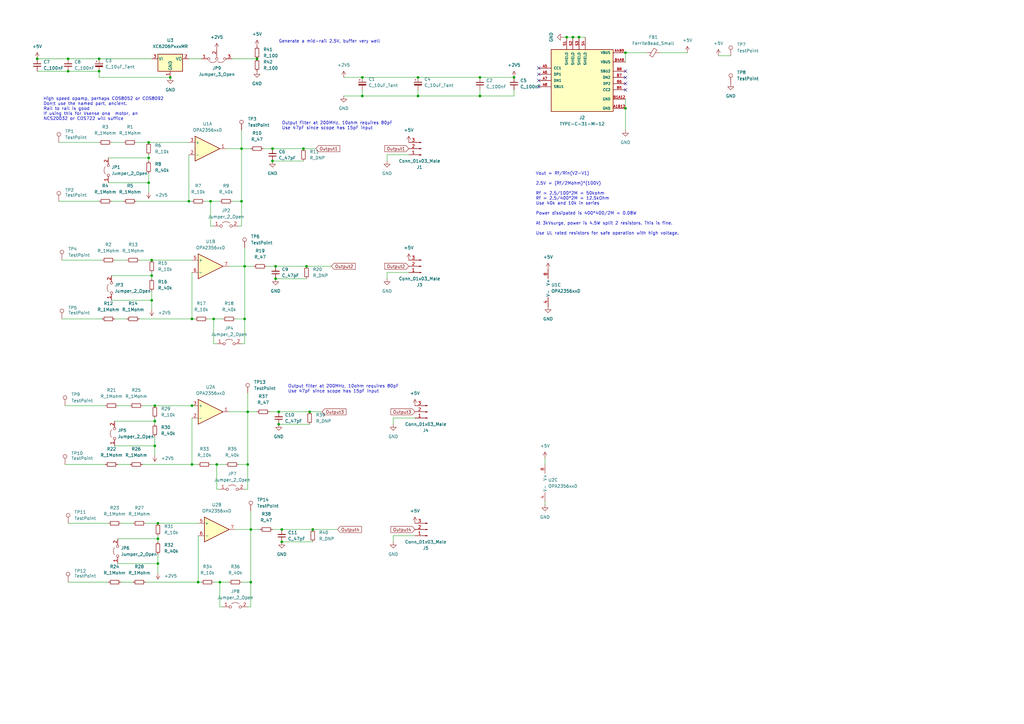
<source format=kicad_sch>
(kicad_sch (version 20211123) (generator eeschema)
  (paper "A3")
  (title_block (title "4 Channel Differential High Voltage") (date "2023-01-17") (rev "R01") (company "David Molony Metastable Engineering"))
  (lib_symbols
    (symbol "Amplifier_Operational:OPA2356xxD" (pin_names (offset 0.127))
      (property "Reference" "U" (at 0 5.08 0))
      (property "Value" "OPA2356xxD" (at 0 -5.08 0))
      (symbol "OPA2356xxD_1_1"
        (polyline (pts (xy -5.08 5.08) (xy 5.08 0) (xy -5.08 -5.08) (xy -5.08 5.08)) (stroke (width 0.254)) (fill (type background)))
        (pin output line (at 7.62 0 180) (length 2.54) (name "~") (number "1"))
        (pin input line (at -7.62 -2.54 0) (length 2.54) (name "-") (number "2"))
        (pin input line (at -7.62 2.54 0) (length 2.54) (name "+") (number "3"))
      )
      (symbol "OPA2356xxD_2_1"
        (polyline (pts (xy -5.08 5.08) (xy 5.08 0) (xy -5.08 -5.08) (xy -5.08 5.08)) (stroke (width 0.254)) (fill (type background)))
        (pin input line (at -7.62 2.54 0) (length 2.54) (name "+") (number "5"))
        (pin input line (at -7.62 -2.54 0) (length 2.54) (name "-") (number "6"))
        (pin output line (at 7.62 0 180) (length 2.54) (name "~") (number "7"))
      )
      (symbol "OPA2356xxD_3_1"
        (pin power_in line (at -2.54 -7.62 90) (length 3.81) (name "V-") (number "4"))
        (pin power_in line (at -2.54 7.62 270) (length 3.81) (name "V+") (number "8"))
      )
    )
    (symbol "Connector:Conn_01x03_Male" (pin_names (offset 1.016) hide)
      (property "Reference" "J" (at 0 5.08 0))
      (property "Value" "Conn_01x03_Male" (at 0 -5.08 0))
      (symbol "Conn_01x03_Male_1_1"
        (polyline (pts (xy 1.27 -2.54) (xy 0.8636 -2.54)) (stroke (width 0.1524)))
        (polyline (pts (xy 1.27 0) (xy 0.8636 0)) (stroke (width 0.1524)))
        (polyline (pts (xy 1.27 2.54) (xy 0.8636 2.54)) (stroke (width 0.1524)))
        (rectangle (start 0.8636 -2.413) (end 0 -2.667) (stroke (width 0.1524)) (fill (type outline)))
        (rectangle (start 0.8636 0.127) (end 0 -0.127) (stroke (width 0.1524)) (fill (type outline)))
        (rectangle (start 0.8636 2.667) (end 0 2.413) (stroke (width 0.1524)) (fill (type outline)))
        (pin passive line (at 5.08 2.54 180) (length 3.81) (name "Pin_1") (number "1"))
        (pin passive line (at 5.08 0 180) (length 3.81) (name "Pin_2") (number "2"))
        (pin passive line (at 5.08 -2.54 180) (length 3.81) (name "Pin_3") (number "3"))
      )
    )
    (symbol "Connector:TestPoint" (pin_numbers hide) (pin_names (offset 0.762) hide)
      (property "Reference" "TP" (at 0 6.858 0))
      (property "Value" "TestPoint" (at 0 5.08 0))
      (symbol "TestPoint_0_1"
        (circle (center 0 3.302) (radius 0.762))
      )
      (symbol "TestPoint_1_1"
        (pin passive line (at 0 0 90) (length 2.54) (name "1") (number "1"))
      )
    )
    (symbol "Device:C_Polarized_Small" (pin_numbers hide) (pin_names (offset 0.254) hide)
      (property "Reference" "C" (at 0.254 1.778 0))
      (property "Value" "C_Polarized_Small" (at 0.254 -2.032 0))
      (symbol "C_Polarized_Small_0_1"
        (rectangle (start -1.524 -0.3048) (end 1.524 -0.6858) (fill (type outline)))
        (rectangle (start -1.524 0.6858) (end 1.524 0.3048))
        (polyline (pts (xy -1.27 1.524) (xy -0.762 1.524)))
        (polyline (pts (xy -1.016 1.27) (xy -1.016 1.778)))
      )
      (symbol "C_Polarized_Small_1_1"
        (pin passive line (at 0 2.54 270) (length 1.8542) (name "~") (number "1"))
        (pin passive line (at 0 -2.54 90) (length 1.8542) (name "~") (number "2"))
      )
    )
    (symbol "Device:C_Small" (pin_numbers hide) (pin_names (offset 0.254) hide)
      (property "Reference" "C" (at 0.254 1.778 0))
      (property "Value" "C_Small" (at 0.254 -2.032 0))
      (symbol "C_Small_0_1"
        (polyline (pts (xy -1.524 -0.508) (xy 1.524 -0.508)) (stroke (width 0.3302)))
        (polyline (pts (xy -1.524 0.508) (xy 1.524 0.508)) (stroke (width 0.3048)))
      )
      (symbol "C_Small_1_1"
        (pin passive line (at 0 2.54 270) (length 2.032) (name "~") (number "1"))
        (pin passive line (at 0 -2.54 90) (length 2.032) (name "~") (number "2"))
      )
    )
    (symbol "Device:FerriteBead_Small" (pin_numbers hide) (pin_names (offset 0))
      (property "Reference" "FB" (at 1.905 1.27 0))
      (property "Value" "FerriteBead_Small" (at 1.905 -1.27 0))
      (symbol "FerriteBead_Small_0_1"
        (polyline (pts (xy 0 -1.27) (xy 0 -0.7874)))
        (polyline (pts (xy 0 0.889) (xy 0 1.2954)))
        (polyline (pts (xy -1.8288 0.2794) (xy -1.1176 1.4986) (xy 1.8288 -0.2032) (xy 1.1176 -1.4224) (xy -1.8288 0.2794)))
      )
      (symbol "FerriteBead_Small_1_1"
        (pin passive line (at 0 2.54 270) (length 1.27) (name "~") (number "1"))
        (pin passive line (at 0 -2.54 90) (length 1.27) (name "~") (number "2"))
      )
    )
    (symbol "Device:R_Small" (pin_numbers hide) (pin_names (offset 0.254) hide)
      (property "Reference" "R" (at 0.762 0.508 0))
      (property "Value" "R_Small" (at 0.762 -1.016 0))
      (symbol "R_Small_0_1"
        (rectangle (start -0.762 1.778) (end 0.762 -1.778) (stroke (width 0.2032)))
      )
      (symbol "R_Small_1_1"
        (pin passive line (at 0 2.54 270) (length 0.762) (name "~") (number "1"))
        (pin passive line (at 0 -2.54 90) (length 0.762) (name "~") (number "2"))
      )
    )
    (symbol "Jumper:Jumper_2_Open" (pin_names (offset 0) hide)
      (property "Reference" "JP" (at 0 2.794 0))
      (property "Value" "Jumper_2_Open" (at 0 -2.286 0))
      (symbol "Jumper_2_Open_0_0"
        (circle (center -2.032 0) (radius 0.508))
        (circle (center 2.032 0) (radius 0.508))
      )
      (symbol "Jumper_2_Open_0_1"
        (arc (start 1.524 1.27) (mid 0 1.778) (end -1.524 1.27))
      )
      (symbol "Jumper_2_Open_1_1"
        (pin passive line (at -5.08 0 0) (length 2.54) (name "A") (number "1"))
        (pin passive line (at 5.08 0 180) (length 2.54) (name "B") (number "2"))
      )
    )
    (symbol "Jumper:Jumper_3_Open" (pin_names (offset 0) hide)
      (property "Reference" "JP" (at -2.54 -2.54 0))
      (property "Value" "Jumper_3_Open" (at 0 2.794 0))
      (symbol "Jumper_3_Open_0_0"
        (circle (center -3.302 0) (radius 0.508))
        (circle (center 0 0) (radius 0.508))
        (circle (center 3.302 0) (radius 0.508))
      )
      (symbol "Jumper_3_Open_0_1"
        (arc (start -0.254 1.016) (mid -1.651 1.4992) (end -3.048 1.016))
        (polyline (pts (xy 0 -0.508) (xy 0 -1.27)))
        (arc (start 3.048 1.016) (mid 1.651 1.4992) (end 0.254 1.016))
      )
      (symbol "Jumper_3_Open_1_1"
        (pin passive line (at -6.35 0 0) (length 2.54) (name "A") (number "1"))
        (pin passive line (at 0 -3.81 90) (length 2.54) (name "C") (number "2"))
        (pin passive line (at 6.35 0 180) (length 2.54) (name "B") (number "3"))
      )
    )
    (symbol "Regulator_Linear:XC6206PxxxMR" (pin_names (offset 0.254))
      (property "Reference" "U" (at -3.81 3.175 0))
      (property "Value" "XC6206PxxxMR" (at 0 3.175 0))
      (symbol "XC6206PxxxMR_0_1"
        (rectangle (start -5.08 1.905) (end 5.08 -5.08) (stroke (width 0.254)) (fill (type background)))
      )
      (symbol "XC6206PxxxMR_1_1"
        (pin power_in line (at 0 -7.62 90) (length 2.54) (name "GND") (number "1"))
        (pin power_out line (at 7.62 0 180) (length 2.54) (name "VO") (number "2"))
        (pin power_in line (at -7.62 0 0) (length 2.54) (name "VI") (number "3"))
      )
    )
    (symbol "TYPE-C-31-M-12:TYPE-C-31-M-12" (pin_names (offset 1.016))
      (property "Reference" "J" (at -12.7 13.462 0))
      (property "Value" "TYPE-C-31-M-12" (at -10.16 -8.89 0))
      (symbol "TYPE-C-31-M-12_0_0"
        (rectangle (start -12.7 -12.7) (end 12.7 12.7) (stroke (width 0.254)) (fill (type background)))
        (pin power_in line (at 17.78 -11.43 180) (length 5.08) (name "GND") (number "A1B12"))
        (pin power_in line (at 17.78 11.43 180) (length 5.08) (name "VBUS") (number "A4B9"))
        (pin bidirectional line (at -17.78 5.08 0) (length 5.08) (name "CC1") (number "A5"))
        (pin bidirectional line (at -17.78 2.54 0) (length 5.08) (name "DP1") (number "A6"))
        (pin bidirectional line (at -17.78 0 0) (length 5.08) (name "DN1") (number "A7"))
        (pin bidirectional line (at -17.78 -2.54 0) (length 5.08) (name "SBU1") (number "A8"))
        (pin power_in line (at 17.78 -7.62 180) (length 5.08) (name "GND") (number "B1A12"))
        (pin power_in line (at 17.78 7.62 180) (length 5.08) (name "VBUS") (number "B4A9"))
        (pin bidirectional line (at 17.78 -3.81 180) (length 5.08) (name "CC2") (number "B5"))
        (pin bidirectional line (at 17.78 -1.27 180) (length 5.08) (name "DP2") (number "B6"))
        (pin bidirectional line (at 17.78 1.27 180) (length 5.08) (name "DN2") (number "B7"))
        (pin bidirectional line (at 17.78 3.81 180) (length 5.08) (name "SBU2") (number "B8"))
        (pin passive line (at -6.35 17.78 270) (length 5.08) (name "SHIELD") (number "S1"))
        (pin passive line (at -3.81 17.78 270) (length 5.08) (name "SHIELD") (number "S2"))
        (pin passive line (at -1.27 17.78 270) (length 5.08) (name "SHIELD") (number "S3"))
        (pin passive line (at 1.27 17.78 270) (length 5.08) (name "SHIELD") (number "S4"))
      )
    )
    (symbol "power:+2V5" (power) (pin_names (offset 0))
      (property "Value" "+2V5" (at 0 3.556 0))
      (symbol "+2V5_0_1"
        (polyline (pts (xy -0.762 1.27) (xy 0 2.54)))
        (polyline (pts (xy 0 0) (xy 0 2.54)))
        (polyline (pts (xy 0 2.54) (xy 0.762 1.27)))
      )
      (symbol "+2V5_1_1"
        (pin power_in line (at 0 0 90) (length 0) hide (name "+2V5") (number "1"))
      )
    )
    (symbol "power:+5V" (power) (pin_names (offset 0))
      (property "Value" "+5V" (at 0 3.556 0))
      (symbol "+5V_0_1"
        (polyline (pts (xy -0.762 1.27) (xy 0 2.54)))
        (polyline (pts (xy 0 0) (xy 0 2.54)))
        (polyline (pts (xy 0 2.54) (xy 0.762 1.27)))
      )
      (symbol "+5V_1_1"
        (pin power_in line (at 0 0 90) (length 0) hide (name "+5V") (number "1"))
      )
    )
    (symbol "power:GND" (power) (pin_names (offset 0))
      (property "Value" "GND" (at 0 -3.81 0))
      (symbol "GND_0_1"
        (polyline (pts (xy 0 0) (xy 0 -1.27) (xy 1.27 -1.27) (xy 0 -2.54) (xy -1.27 -1.27) (xy 0 -1.27)))
      )
      (symbol "GND_1_1"
        (pin power_in line (at 0 0 270) (length 0) hide (name "GND") (number "1"))
      )
    )
  )
  (junction (at 86.36 82.55))
  (junction (at 40.64 29.21))
  (junction (at 62.23 123.19))
  (junction (at 102.87 217.17))
  (junction (at 114.3 173.99))
  (junction (at 196.85 39.37))
  (junction (at 113.03 114.3))
  (junction (at 90.17 238.76))
  (junction (at 78.74 130.81))
  (junction (at 102.87 238.76))
  (junction (at 64.77 220.98))
  (junction (at 60.96 64.77))
  (junction (at 99.06 82.55))
  (junction (at 40.64 24.13))
  (junction (at 69.85 31.75))
  (junction (at 77.47 82.55))
  (junction (at 63.5 172.72))
  (junction (at 127 168.91))
  (junction (at 124.46 60.96))
  (junction (at 196.85 31.75))
  (junction (at 64.77 231.14))
  (junction (at 125.73 109.22))
  (junction (at 100.33 130.81))
  (junction (at 101.6 168.91))
  (junction (at 88.9 190.5))
  (junction (at 232.41 15.24))
  (junction (at 148.59 39.37))
  (junction (at 234.95 15.24))
  (junction (at 87.63 130.81))
  (junction (at 237.49 15.24))
  (junction (at 78.74 166.37))
  (junction (at 63.5 182.88))
  (junction (at 27.94 24.13))
  (junction (at 62.23 106.68))
  (junction (at 111.76 66.04))
  (junction (at 27.94 29.21))
  (junction (at 100.33 109.22))
  (junction (at 60.96 74.93))
  (junction (at 256.54 44.45))
  (junction (at 99.06 60.96))
  (junction (at 78.74 190.5))
  (junction (at 114.3 168.91))
  (junction (at 101.6 190.5))
  (junction (at 115.57 217.17))
  (junction (at 128.27 217.17))
  (junction (at 15.24 24.13))
  (junction (at 64.77 214.63))
  (junction (at 60.96 58.42))
  (junction (at 210.82 31.75))
  (junction (at 62.23 113.03))
  (junction (at 111.76 60.96))
  (junction (at 256.54 21.59))
  (junction (at 171.45 31.75))
  (junction (at 81.28 238.76))
  (junction (at 113.03 109.22))
  (junction (at 171.45 39.37))
  (junction (at 63.5 166.37))
  (junction (at 148.59 31.75))
  (junction (at 105.41 24.13))
  (junction (at 115.57 222.25))
  (no_connect (at 256.54 34.29))
  (no_connect (at 256.54 36.83))
  (no_connect (at 256.54 31.75))
  (no_connect (at 220.98 33.02))
  (no_connect (at 220.98 27.94))
  (no_connect (at 220.98 35.56))
  (no_connect (at 220.98 30.48))
  (no_connect (at 256.54 29.21))
  (wire (pts (xy 196.85 39.37) (xy 171.45 39.37)))
  (wire (pts (xy 97.79 92.71) (xy 99.06 92.71)))
  (wire (pts (xy 101.6 161.29) (xy 101.6 168.91)))
  (wire (pts (xy 48.26 220.98) (xy 64.77 220.98)))
  (wire (pts (xy 60.96 71.12) (xy 60.96 74.93)))
  (wire (pts (xy 62.23 106.68) (xy 78.74 106.68)))
  (wire (pts (xy 45.72 58.42) (xy 50.8 58.42)))
  (wire (pts (xy 99.06 60.96) (xy 99.06 82.55)))
  (wire (pts (xy 25.4 130.81) (xy 41.91 130.81)))
  (wire (pts (xy 99.06 238.76) (xy 102.87 238.76)))
  (wire (pts (xy 48.26 231.14) (xy 64.77 231.14)))
  (wire (pts (xy 83.82 82.55) (xy 86.36 82.55)))
  (wire (pts (xy 60.96 58.42) (xy 77.47 58.42)))
  (wire (pts (xy 125.73 109.22) (xy 135.89 109.22)))
  (wire (pts (xy 27.94 238.76) (xy 44.45 238.76)))
  (wire (pts (xy 223.52 207.01) (xy 223.52 205.74)))
  (wire (pts (xy 45.72 123.19) (xy 62.23 123.19)))
  (wire (pts (xy 78.74 111.76) (xy 78.74 130.81)))
  (wire (pts (xy 78.74 166.37) (xy 80.01 166.37)))
  (wire (pts (xy 128.27 217.17) (xy 138.43 217.17)))
  (wire (pts (xy 101.6 168.91) (xy 101.6 190.5)))
  (wire (pts (xy 210.82 39.37) (xy 196.85 39.37)))
  (wire (pts (xy 60.96 64.77) (xy 60.96 63.5)))
  (wire (pts (xy 26.67 166.37) (xy 43.18 166.37)))
  (wire (pts (xy 77.47 24.13) (xy 82.55 24.13)))
  (wire (pts (xy 100.33 200.66) (xy 101.6 200.66)))
  (wire (pts (xy 196.85 36.83) (xy 196.85 39.37)))
  (wire (pts (xy 171.45 39.37) (xy 148.59 39.37)))
  (wire (pts (xy 81.28 219.71) (xy 81.28 238.76)))
  (wire (pts (xy 170.18 171.45) (xy 161.29 171.45)))
  (wire (pts (xy 40.64 24.13) (xy 62.23 24.13)))
  (wire (pts (xy 102.87 217.17) (xy 102.87 238.76)))
  (wire (pts (xy 64.77 222.25) (xy 64.77 220.98)))
  (wire (pts (xy 78.74 130.81) (xy 80.01 130.81)))
  (wire (pts (xy 49.53 238.76) (xy 54.61 238.76)))
  (wire (pts (xy 88.9 190.5) (xy 88.9 200.66)))
  (wire (pts (xy 46.99 182.88) (xy 63.5 182.88)))
  (wire (pts (xy 127 168.91) (xy 132.08 168.91)))
  (wire (pts (xy 60.96 74.93) (xy 60.96 78.74)))
  (wire (pts (xy 40.64 29.21) (xy 40.64 31.75)))
  (wire (pts (xy 111.76 60.96) (xy 124.46 60.96)))
  (wire (pts (xy 78.74 190.5) (xy 81.28 190.5)))
  (wire (pts (xy 96.52 130.81) (xy 100.33 130.81)))
  (wire (pts (xy 148.59 31.75) (xy 171.45 31.75)))
  (wire (pts (xy 58.42 166.37) (xy 63.5 166.37)))
  (wire (pts (xy 256.54 21.59) (xy 265.43 21.59)))
  (wire (pts (xy 102.87 217.17) (xy 96.52 217.17)))
  (wire (pts (xy 24.13 82.55) (xy 40.64 82.55)))
  (wire (pts (xy 55.88 58.42) (xy 60.96 58.42)))
  (wire (pts (xy 99.06 60.96) (xy 92.71 60.96)))
  (wire (pts (xy 158.75 111.76) (xy 158.75 114.3)))
  (wire (pts (xy 100.33 109.22) (xy 93.98 109.22)))
  (wire (pts (xy 27.94 24.13) (xy 40.64 24.13)))
  (wire (pts (xy 90.17 238.76) (xy 90.17 248.92)))
  (wire (pts (xy 171.45 36.83) (xy 171.45 39.37)))
  (wire (pts (xy 77.47 63.5) (xy 77.47 82.55)))
  (wire (pts (xy 63.5 166.37) (xy 78.74 166.37)))
  (wire (pts (xy 90.17 82.55) (xy 86.36 82.55)))
  (wire (pts (xy 58.42 190.5) (xy 78.74 190.5)))
  (wire (pts (xy 124.46 60.96) (xy 129.54 60.96)))
  (wire (pts (xy 45.72 82.55) (xy 50.8 82.55)))
  (wire (pts (xy 100.33 101.6) (xy 100.33 109.22)))
  (wire (pts (xy 63.5 173.99) (xy 63.5 172.72)))
  (wire (pts (xy 92.71 190.5) (xy 88.9 190.5)))
  (wire (pts (xy 104.14 109.22) (xy 100.33 109.22)))
  (wire (pts (xy 77.47 82.55) (xy 78.74 82.55)))
  (wire (pts (xy 64.77 214.63) (xy 81.28 214.63)))
  (wire (pts (xy 60.96 66.04) (xy 60.96 64.77)))
  (wire (pts (xy 57.15 130.81) (xy 78.74 130.81)))
  (wire (pts (xy 111.76 66.04) (xy 124.46 66.04)))
  (wire (pts (xy 102.87 209.55) (xy 102.87 217.17)))
  (wire (pts (xy 93.98 238.76) (xy 90.17 238.76)))
  (wire (pts (xy 170.18 219.71) (xy 161.29 219.71)))
  (wire (pts (xy 102.87 238.76) (xy 102.87 248.92)))
  (wire (pts (xy 167.64 111.76) (xy 158.75 111.76)))
  (wire (pts (xy 114.3 173.99) (xy 127 173.99)))
  (wire (pts (xy 100.33 130.81) (xy 100.33 140.97)))
  (wire (pts (xy 46.99 130.81) (xy 52.07 130.81)))
  (wire (pts (xy 171.45 31.75) (xy 196.85 31.75)))
  (wire (pts (xy 63.5 179.07) (xy 63.5 182.88)))
  (wire (pts (xy 111.76 217.17) (xy 115.57 217.17)))
  (wire (pts (xy 232.41 15.24) (xy 231.14 15.24)))
  (wire (pts (xy 234.95 15.24) (xy 232.41 15.24)))
  (wire (pts (xy 256.54 21.59) (xy 256.54 25.4)))
  (wire (pts (xy 91.44 130.81) (xy 87.63 130.81)))
  (wire (pts (xy 97.79 190.5) (xy 101.6 190.5)))
  (wire (pts (xy 105.41 168.91) (xy 101.6 168.91)))
  (wire (pts (xy 63.5 172.72) (xy 63.5 171.45)))
  (wire (pts (xy 64.77 227.33) (xy 64.77 231.14)))
  (wire (pts (xy 62.23 119.38) (xy 62.23 123.19)))
  (wire (pts (xy 91.44 248.92) (xy 90.17 248.92)))
  (wire (pts (xy 59.69 238.76) (xy 81.28 238.76)))
  (wire (pts (xy 48.26 166.37) (xy 53.34 166.37)))
  (wire (pts (xy 45.72 113.03) (xy 62.23 113.03)))
  (wire (pts (xy 95.25 82.55) (xy 99.06 82.55)))
  (wire (pts (xy 113.03 109.22) (xy 125.73 109.22)))
  (wire (pts (xy 109.22 109.22) (xy 113.03 109.22)))
  (wire (pts (xy 196.85 31.75) (xy 210.82 31.75)))
  (wire (pts (xy 44.45 74.93) (xy 60.96 74.93)))
  (wire (pts (xy 63.5 182.88) (xy 63.5 186.69)))
  (wire (pts (xy 95.25 24.13) (xy 105.41 24.13)))
  (wire (pts (xy 62.23 114.3) (xy 62.23 113.03)))
  (wire (pts (xy 85.09 130.81) (xy 87.63 130.81)))
  (wire (pts (xy 40.64 31.75) (xy 69.85 31.75)))
  (wire (pts (xy 161.29 171.45) (xy 161.29 173.99)))
  (wire (pts (xy 237.49 15.24) (xy 234.95 15.24)))
  (wire (pts (xy 27.94 29.21) (xy 40.64 29.21)))
  (wire (pts (xy 115.57 222.25) (xy 128.27 222.25)))
  (wire (pts (xy 24.13 58.42) (xy 40.64 58.42)))
  (wire (pts (xy 140.97 39.37) (xy 148.59 39.37)))
  (wire (pts (xy 46.99 106.68) (xy 52.07 106.68)))
  (wire (pts (xy 81.28 238.76) (xy 82.55 238.76)))
  (wire (pts (xy 15.24 24.13) (xy 27.94 24.13)))
  (wire (pts (xy 210.82 36.83) (xy 210.82 39.37)))
  (wire (pts (xy 57.15 106.68) (xy 62.23 106.68)))
  (wire (pts (xy 87.63 92.71) (xy 86.36 92.71)))
  (wire (pts (xy 46.99 172.72) (xy 63.5 172.72)))
  (wire (pts (xy 87.63 130.81) (xy 87.63 140.97)))
  (wire (pts (xy 115.57 217.17) (xy 128.27 217.17)))
  (wire (pts (xy 110.49 168.91) (xy 114.3 168.91)))
  (wire (pts (xy 99.06 82.55) (xy 99.06 92.71)))
  (wire (pts (xy 62.23 113.03) (xy 62.23 111.76)))
  (wire (pts (xy 49.53 214.63) (xy 54.61 214.63)))
  (wire (pts (xy 87.63 238.76) (xy 90.17 238.76)))
  (wire (pts (xy 78.74 171.45) (xy 78.74 190.5)))
  (wire (pts (xy 148.59 36.83) (xy 148.59 39.37)))
  (wire (pts (xy 93.98 168.91) (xy 101.6 168.91)))
  (wire (pts (xy 99.06 53.34) (xy 99.06 60.96)))
  (wire (pts (xy 44.45 64.77) (xy 60.96 64.77)))
  (wire (pts (xy 240.03 15.24) (xy 237.49 15.24)))
  (wire (pts (xy 113.03 114.3) (xy 125.73 114.3)))
  (wire (pts (xy 270.51 21.59) (xy 281.94 21.59)))
  (wire (pts (xy 256.54 44.45) (xy 256.54 53.34)))
  (wire (pts (xy 86.36 190.5) (xy 88.9 190.5)))
  (wire (pts (xy 167.64 63.5) (xy 158.75 63.5)))
  (wire (pts (xy 88.9 140.97) (xy 87.63 140.97)))
  (wire (pts (xy 256.54 40.64) (xy 256.54 44.45)))
  (wire (pts (xy 25.4 106.68) (xy 41.91 106.68)))
  (wire (pts (xy 100.33 109.22) (xy 100.33 130.81)))
  (wire (pts (xy 64.77 220.98) (xy 64.77 219.71)))
  (wire (pts (xy 140.97 31.75) (xy 148.59 31.75)))
  (wire (pts (xy 62.23 123.19) (xy 62.23 127)))
  (wire (pts (xy 161.29 219.71) (xy 161.29 222.25)))
  (wire (pts (xy 294.64 22.86) (xy 299.72 22.86)))
  (wire (pts (xy 223.52 187.96) (xy 223.52 190.5)))
  (wire (pts (xy 64.77 231.14) (xy 64.77 234.95)))
  (wire (pts (xy 55.88 82.55) (xy 77.47 82.55)))
  (wire (pts (xy 107.95 60.96) (xy 111.76 60.96)))
  (wire (pts (xy 102.87 60.96) (xy 99.06 60.96)))
  (wire (pts (xy 90.17 200.66) (xy 88.9 200.66)))
  (wire (pts (xy 27.94 214.63) (xy 44.45 214.63)))
  (wire (pts (xy 101.6 190.5) (xy 101.6 200.66)))
  (wire (pts (xy 99.06 140.97) (xy 100.33 140.97)))
  (wire (pts (xy 48.26 190.5) (xy 53.34 190.5)))
  (wire (pts (xy 114.3 168.91) (xy 127 168.91)))
  (wire (pts (xy 26.67 190.5) (xy 43.18 190.5)))
  (wire (pts (xy 101.6 248.92) (xy 102.87 248.92)))
  (wire (pts (xy 158.75 63.5) (xy 158.75 66.04)))
  (wire (pts (xy 59.69 214.63) (xy 64.77 214.63)))
  (wire (pts (xy 15.24 29.21) (xy 27.94 29.21)))
  (wire (pts (xy 106.68 217.17) (xy 102.87 217.17)))
  (wire (pts (xy 86.36 82.55) (xy 86.36 92.71)))
  (text "Vout = Rf/Rin(V2-V1)\n\n2.5V = (Rf/2Mohm)*(100V)\n\nRf = 2.5/100*2M = 50kohm\nRf = 2.5/400*2M = 12.5kOhm\nUse 40k and 10k in series\n\nPower dissipated is 400*400/2M = 0.08W\n\nAt 3kVsurge, power is 4.5W split 2 resistors. This is fine.\n\nUse UL rated resistors for safe operation with high voltage." (at 219.71 96.52 0) (effects (font (size 1.27 1.27)) (justify left bottom)))
  (text "Output filter at 200MHz, 10ohm requires 80pF\nUse 47pF since scope has 15pF input" (at 115.57 53.34 0) (effects (font (size 1.27 1.27)) (justify left bottom)))
  (text "Generate a mid-rail 2.5V, buffer very well\n" (at 114.3 17.78 0) (effects (font (size 1.27 1.27)) (justify left bottom)))
  (text "High speed opamp, perhaps COS8052 or COS8092\nDon;t use the named part, ancient.\nRail to rail is good\nIf using this for Vsense ona  motor, an \nNCS20032 or COS722 will suffice" (at 17.78 49.53 0) (effects (font (size 1.27 1.27)) (justify left bottom)))
  (text "Output filter at 200MHz, 10ohm requires 80pF\nUse 47pF since scope has 15pF input" (at 118.11 161.29 0) (effects (font (size 1.27 1.27)) (justify left bottom)))
  (global_label "Output4" (shape input) (at 170.18 217.17 180) (property "Intersheet References" "${INTERSHEET_REFS}" (effects hide)))
  (global_label "Output4" (shape input) (at 138.43 217.17 0) (property "Intersheet References" "${INTERSHEET_REFS}" (effects hide)))
  (global_label "Output2" (shape input) (at 135.89 109.22 0) (property "Intersheet References" "${INTERSHEET_REFS}" (effects hide)))
  (global_label "Output2" (shape input) (at 167.64 109.22 180) (property "Intersheet References" "${INTERSHEET_REFS}" (effects hide)))
  (global_label "Output3" (shape input) (at 170.18 168.91 180) (property "Intersheet References" "${INTERSHEET_REFS}" (effects hide)))
  (global_label "Output3" (shape input) (at 132.08 168.91 0) (property "Intersheet References" "${INTERSHEET_REFS}" (effects hide)))
  (global_label "Output1" (shape input) (at 129.54 60.96 0) (property "Intersheet References" "${INTERSHEET_REFS}" (effects hide)))
  (global_label "Output1" (shape input) (at 167.64 60.96 180) (property "Intersheet References" "${INTERSHEET_REFS}" (effects hide)))
  (symbol (lib_id "Device:R_Small") (at 64.77 217.17 0) (unit 1)
    (property "Reference" "R31" (at 67.31 215.8999 0) (effects (justify left)))
    (property "Value" "R_10k" (at 67.31 218.4399 0) (effects (justify left)))
    (property "Footprint" "Resistor_SMD:R_0603_1608Metric" (effects hide))
    (property "LCSC" "C25804" (effects hide))
  )
  (symbol (lib_id "Device:R_Small") (at 128.27 219.71 0) (unit 1)
    (property "Reference" "R40" (at 130.81 218.4399 0) (effects (justify left)))
    (property "Value" "R_DNP" (at 130.81 220.9799 0) (effects (justify left)))
    (property "Footprint" "Resistor_SMD:R_0603_1608Metric" (effects hide))
  )
  (symbol (lib_id "Amplifier_Operational:OPA2356xxD") (at 88.9 217.17 0) (unit 2)
    (property "Reference" "U2" (at 88.9 207.01 0))
    (property "Value" "OPA2356xxD" (at 88.9 209.55 0))
    (property "Footprint" "Package_SO:SO-8_3.9x4.9mm_P1.27mm" (effects hide))
    (property "Datasheet" "http://www.ti.com/lit/ds/symlink/opa2356.pdf" (effects hide))
    (property "LCSC" "C726663" (effects hide))
  )
  (symbol (lib_id "Connector:TestPoint") (at 25.4 106.68 0) (unit 1)
    (property "Reference" "TP4" (at 27.94 102.1079 0) (effects (justify left)))
    (property "Value" "TestPoint" (at 27.94 104.6479 0) (effects (justify left)))
    (property "Footprint" "TestPoint:TestPoint_THTPad_2.5x2.5mm_Drill1.2mm" (effects hide))
  )
  (symbol (lib_id "Connector:TestPoint") (at 26.67 166.37 0) (unit 1)
    (property "Reference" "TP9" (at 29.21 161.7979 0) (effects (justify left)))
    (property "Value" "TestPoint" (at 29.21 164.3379 0) (effects (justify left)))
    (property "Footprint" "TestPoint:TestPoint_THTPad_2.5x2.5mm_Drill1.2mm" (effects hide))
  )
  (symbol (lib_id "Device:R_Small") (at 43.18 82.55 90) (unit 1)
    (property "Reference" "R4" (at 43.18 76.2 90))
    (property "Value" "R_1Mohm" (at 43.18 78.74 90))
    (property "Footprint" "Resistor_SMD:R_2512_6332Metric" (effects hide))
    (property "LCSC" "C966223" (effects hide))
  )
  (symbol (lib_id "Device:R_Small") (at 46.99 238.76 90) (unit 1)
    (property "Reference" "R24" (at 46.99 232.41 90))
    (property "Value" "R_1Mohm" (at 46.99 234.95 90))
    (property "Footprint" "Resistor_SMD:R_2512_6332Metric" (effects hide))
    (property "LCSC" "C966223" (effects hide))
  )
  (symbol (lib_id "Device:R_Small") (at 55.88 166.37 90) (unit 1)
    (property "Reference" "R25" (at 55.88 160.02 90))
    (property "Value" "R_1Mohm" (at 55.88 162.56 90))
    (property "Footprint" "Resistor_SMD:R_2512_6332Metric" (effects hide))
    (property "LCSC" "C966223" (effects hide))
  )
  (symbol (lib_id "power:+5V") (at 170.18 166.37 0) (unit 1)
    (property "Reference" "#PWR0127" (effects hide))
    (property "Value" "+5V" (at 170.18 161.29 0))
  )
  (symbol (lib_id "Device:R_Small") (at 46.99 214.63 90) (unit 1)
    (property "Reference" "R23" (at 46.99 208.28 90))
    (property "Value" "R_1Mohm" (at 46.99 210.82 90))
    (property "Footprint" "Resistor_SMD:R_2512_6332Metric" (effects hide))
    (property "LCSC" "C966223" (effects hide))
  )
  (symbol (lib_id "power:+2V5") (at 63.5 186.69 180) (unit 1)
    (property "Reference" "#PWR0118" (effects hide))
    (property "Value" "+2V5" (at 66.04 187.9599 0) (effects (justify right)))
  )
  (symbol (lib_id "Device:C_Small") (at 27.94 26.67 0) (unit 1)
    (property "Reference" "C8" (at 30.48 25.4062 0) (effects (justify left)))
    (property "Value" "C_100nF" (at 30.48 27.9462 0) (effects (justify left)))
    (property "Footprint" "Capacitor_SMD:C_0603_1608Metric" (effects hide))
    (property "LCSC" "C14663" (effects hide))
  )
  (symbol (lib_id "Connector:Conn_01x03_Male") (at 172.72 60.96 180) (unit 1)
    (property "Reference" "J1" (at 172.085 68.58 0))
    (property "Value" "Conn_01x03_Male" (at 172.085 66.04 0))
    (property "Footprint" "Connector_PinHeader_2.54mm:PinHeader_1x03_P2.54mm_Vertical" (effects hide))
  )
  (symbol (lib_id "Connector:TestPoint") (at 101.6 161.29 0) (unit 1)
    (property "Reference" "TP13" (at 104.14 156.7179 0) (effects (justify left)))
    (property "Value" "TestPoint" (at 104.14 159.2579 0) (effects (justify left)))
    (property "Footprint" "TestPoint:TestPoint_THTPad_2.5x2.5mm_Drill1.2mm" (effects hide))
  )
  (symbol (lib_id "Device:R_Small") (at 105.41 21.59 0) (unit 1)
    (property "Reference" "R41" (at 107.95 20.3199 0) (effects (justify left)))
    (property "Value" "R_100" (at 107.95 22.8599 0) (effects (justify left)))
    (property "Footprint" "Resistor_SMD:R_0805_2012Metric" (effects hide))
    (property "LCSC" "C17408" (effects hide))
  )
  (symbol (lib_id "Regulator_Linear:XC6206PxxxMR") (at 69.85 24.13 0) (unit 1)
    (property "Reference" "U3" (at 69.85 16.51 0))
    (property "Value" "XC6206PxxxMR" (at 69.85 19.05 0))
    (property "Footprint" "Package_TO_SOT_SMD:SOT-23" (effects hide))
    (property "Datasheet" "https://www.torexsemi.com/file/xc6206/XC6206.pdf" (effects hide))
    (property "LCSC" "C545580" (effects hide))
  )
  (symbol (lib_id "Device:R_Small") (at 57.15 214.63 90) (unit 1)
    (property "Reference" "R27" (at 57.15 208.28 90))
    (property "Value" "R_1Mohm" (at 57.15 210.82 90))
    (property "Footprint" "Resistor_SMD:R_2512_6332Metric" (effects hide))
    (property "LCSC" "C966223" (effects hide))
  )
  (symbol (lib_id "Connector:Conn_01x03_Male") (at 175.26 168.91 180) (unit 1)
    (property "Reference" "J4" (at 174.625 176.53 0))
    (property "Value" "Conn_01x03_Male" (at 174.625 173.99 0))
    (property "Footprint" "Connector_PinHeader_2.54mm:PinHeader_1x03_P2.54mm_Vertical" (effects hide))
  )
  (symbol (lib_id "power:GND") (at 231.14 15.24 270) (unit 1)
    (property "Reference" "#PWR0109" (effects hide))
    (property "Value" "GND" (at 226.06 15.24 0))
  )
  (symbol (lib_id "Device:R_Small") (at 63.5 176.53 180) (unit 1)
    (property "Reference" "R30" (at 66.04 175.2599 0) (effects (justify right)))
    (property "Value" "R_40k" (at 66.04 177.7999 0) (effects (justify right)))
    (property "Footprint" "Resistor_SMD:R_0603_1608Metric" (effects hide))
    (property "LCSC" "C3016445" (effects hide))
  )
  (symbol (lib_id "Device:R_Small") (at 124.46 63.5 0) (unit 1)
    (property "Reference" "R11" (at 127 62.2299 0) (effects (justify left)))
    (property "Value" "R_DNP" (at 127 64.7699 0) (effects (justify left)))
    (property "Footprint" "Resistor_SMD:R_0603_1608Metric" (effects hide))
  )
  (symbol (lib_id "power:GND") (at 299.72 34.29 0) (unit 1)
    (property "Reference" "#PWR0116" (effects hide))
    (property "Value" "GND" (at 299.72 39.37 0))
  )
  (symbol (lib_id "Device:R_Small") (at 64.77 224.79 180) (unit 1)
    (property "Reference" "R32" (at 67.31 223.5199 0) (effects (justify right)))
    (property "Value" "R_40k" (at 67.31 226.0599 0) (effects (justify right)))
    (property "Footprint" "Resistor_SMD:R_0603_1608Metric" (effects hide))
    (property "LCSC" "C3016445" (effects hide))
  )
  (symbol (lib_id "Connector:TestPoint") (at 27.94 214.63 0) (unit 1)
    (property "Reference" "TP11" (at 30.48 210.0579 0) (effects (justify left)))
    (property "Value" "TestPoint" (at 30.48 212.5979 0) (effects (justify left)))
    (property "Footprint" "TestPoint:TestPoint_THTPad_2.5x2.5mm_Drill1.2mm" (effects hide))
  )
  (symbol (lib_id "Device:R_Small") (at 109.22 217.17 90) (unit 1)
    (property "Reference" "R38" (at 109.22 210.82 90))
    (property "Value" "R_47" (at 109.22 213.36 90))
    (property "Footprint" "Resistor_SMD:R_0603_1608Metric" (effects hide))
    (property "LCSC" "C23182" (effects hide))
  )
  (symbol (lib_id "Device:R_Small") (at 43.18 58.42 90) (unit 1)
    (property "Reference" "R3" (at 43.18 52.07 90))
    (property "Value" "R_1Mohm" (at 43.18 54.61 90))
    (property "Footprint" "Resistor_SMD:R_2512_6332Metric" (effects hide))
    (property "LCSC" "C966223" (effects hide))
  )
  (symbol (lib_id "power:+2V5") (at 62.23 127 180) (unit 1)
    (property "Reference" "#PWR0113" (effects hide))
    (property "Value" "+2V5" (at 64.77 128.2699 0) (effects (justify right)))
  )
  (symbol (lib_id "power:+5V") (at 170.18 214.63 0) (unit 1)
    (property "Reference" "#PWR0125" (effects hide))
    (property "Value" "+5V" (at 170.18 209.55 0))
  )
  (symbol (lib_id "power:+2V5") (at 140.97 31.75 0) (unit 1)
    (property "Reference" "#PWR0130" (effects hide))
    (property "Value" "+2V5" (at 140.97 26.67 0))
  )
  (symbol (lib_id "Device:FerriteBead_Small") (at 267.97 21.59 90) (unit 1)
    (property "Reference" "FB1" (at 267.9319 15.24 90))
    (property "Value" "FerriteBead_Small" (at 267.9319 17.78 90))
    (property "Footprint" "Resistor_SMD:R_0805_2012Metric" (effects hide))
    (property "LCSC" "C1017" (effects hide))
  )
  (symbol (lib_id "Device:R_Small") (at 83.82 190.5 90) (unit 1)
    (property "Reference" "R33" (at 83.82 184.15 90))
    (property "Value" "R_10k" (at 83.82 186.69 90))
    (property "Footprint" "Resistor_SMD:R_0603_1608Metric" (effects hide))
    (property "LCSC" "C25804" (effects hide))
  )
  (symbol (lib_id "Device:R_Small") (at 55.88 190.5 90) (unit 1)
    (property "Reference" "R26" (at 55.88 184.15 90))
    (property "Value" "R_1Mohm" (at 55.88 186.69 90))
    (property "Footprint" "Resistor_SMD:R_2512_6332Metric" (effects hide))
    (property "LCSC" "C966223" (effects hide))
  )
  (symbol (lib_id "Device:R_Small") (at 54.61 106.68 90) (unit 1)
    (property "Reference" "R13" (at 54.61 100.33 90))
    (property "Value" "R_1Mohm" (at 54.61 102.87 90))
    (property "Footprint" "Resistor_SMD:R_2512_6332Metric" (effects hide))
    (property "LCSC" "C966223" (effects hide))
  )
  (symbol (lib_id "Connector:TestPoint") (at 26.67 190.5 0) (unit 1)
    (property "Reference" "TP10" (at 29.21 185.9279 0) (effects (justify left)))
    (property "Value" "TestPoint" (at 29.21 187.96 0) (effects (justify left)))
    (property "Footprint" "TestPoint:TestPoint_THTPad_2.5x2.5mm_Drill1.2mm" (effects hide))
  )
  (symbol (lib_id "Device:R_Small") (at 45.72 166.37 90) (unit 1)
    (property "Reference" "R21" (at 45.72 160.02 90))
    (property "Value" "R_1Mohm" (at 45.72 162.56 90))
    (property "Footprint" "Resistor_SMD:R_2512_6332Metric" (effects hide))
    (property "LCSC" "C966223" (effects hide))
  )
  (symbol (lib_id "Connector:TestPoint") (at 299.72 34.29 0) (unit 1)
    (property "Reference" "TP8" (at 302.26 29.7179 0) (effects (justify left)))
    (property "Value" "TestPoint" (at 302.26 32.2579 0) (effects (justify left)))
    (property "Footprint" "TestPoint:TestPoint_THTPad_2.5x2.5mm_Drill1.2mm" (effects hide))
  )
  (symbol (lib_id "Device:C_Small") (at 113.03 111.76 180) (unit 1)
    (property "Reference" "C9" (at 115.57 110.4835 0) (effects (justify right)))
    (property "Value" "C_47pF" (at 115.57 113.0235 0) (effects (justify right)))
    (property "Footprint" "Capacitor_SMD:C_0603_1608Metric" (effects hide))
    (property "LCSC" "C1671" (effects hide))
  )
  (symbol (lib_id "Device:R_Small") (at 127 171.45 0) (unit 1)
    (property "Reference" "R39" (at 129.54 170.1799 0) (effects (justify left)))
    (property "Value" "R_DNP" (at 129.54 172.7199 0) (effects (justify left)))
    (property "Footprint" "Resistor_SMD:R_0603_1608Metric" (effects hide))
  )
  (symbol (lib_id "Device:C_Small") (at 15.24 26.67 0) (unit 1)
    (property "Reference" "C7" (at 17.78 25.4062 0) (effects (justify left)))
    (property "Value" "C_100nF" (at 17.78 27.9462 0) (effects (justify left)))
    (property "Footprint" "Capacitor_SMD:C_0603_1608Metric" (effects hide))
    (property "LCSC" "C14663" (effects hide))
  )
  (symbol (lib_id "Device:C_Small") (at 111.76 63.5 180) (unit 1)
    (property "Reference" "C6" (at 114.3 62.2235 0) (effects (justify right)))
    (property "Value" "C_47pF" (at 114.3 64.7635 0) (effects (justify right)))
    (property "Footprint" "Capacitor_SMD:C_0603_1608Metric" (effects hide))
    (property "LCSC" "C1671" (effects hide))
  )
  (symbol (lib_id "Device:R_Small") (at 81.28 82.55 90) (unit 1)
    (property "Reference" "R7" (at 81.28 76.2 90))
    (property "Value" "R_10k" (at 81.28 78.74 90))
    (property "Footprint" "Resistor_SMD:R_0603_1608Metric" (effects hide))
    (property "LCSC" "C25804" (effects hide))
  )
  (symbol (lib_id "power:+5V") (at 105.41 19.05 0) (unit 1)
    (property "Reference" "#PWR0129" (effects hide))
    (property "Value" "+5V" (at 105.41 13.97 0))
  )
  (symbol (lib_id "Jumper:Jumper_2_Open") (at 46.99 177.8 90) (unit 1)
    (property "Reference" "JP5" (at 48.26 176.5299 90) (effects (justify right)))
    (property "Value" "Jumper_2_Open" (at 48.26 179.0699 90) (effects (justify right)))
    (property "Footprint" "Jumper:SolderJumper-2_P1.3mm_Open_TrianglePad1.0x1.5mm" (effects hide))
  )
  (symbol (lib_id "Device:R_Small") (at 107.95 168.91 90) (unit 1)
    (property "Reference" "R37" (at 107.95 162.56 90))
    (property "Value" "R_47" (at 107.95 165.1 90))
    (property "Footprint" "Resistor_SMD:R_0603_1608Metric" (effects hide))
    (property "LCSC" "C23182" (effects hide))
  )
  (symbol (lib_id "power:GND") (at 114.3 173.99 0) (unit 1)
    (property "Reference" "#PWR0122" (effects hide))
    (property "Value" "GND" (at 114.3 179.07 0))
  )
  (symbol (lib_id "Device:R_Small") (at 96.52 238.76 90) (unit 1)
    (property "Reference" "R36" (at 96.52 232.41 90))
    (property "Value" "R_40k" (at 96.52 234.95 90))
    (property "Footprint" "Resistor_SMD:R_0603_1608Metric" (effects hide))
    (property "LCSC" "C3016445" (effects hide))
  )
  (symbol (lib_id "Jumper:Jumper_2_Open") (at 48.26 226.06 90) (unit 1)
    (property "Reference" "JP6" (at 49.53 224.7899 90) (effects (justify right)))
    (property "Value" "Jumper_2_Open" (at 49.53 227.3299 90) (effects (justify right)))
    (property "Footprint" "Jumper:SolderJumper-2_P1.3mm_Open_TrianglePad1.0x1.5mm" (effects hide))
  )
  (symbol (lib_id "Device:R_Small") (at 105.41 60.96 90) (unit 1)
    (property "Reference" "R10" (at 105.41 54.61 90))
    (property "Value" "R_47" (at 105.41 57.15 90))
    (property "Footprint" "Resistor_SMD:R_0603_1608Metric" (effects hide))
    (property "LCSC" "C23182" (effects hide))
  )
  (symbol (lib_id "Device:R_Small") (at 62.23 109.22 0) (unit 1)
    (property "Reference" "R15" (at 64.77 107.9499 0) (effects (justify left)))
    (property "Value" "R_10k" (at 64.77 110.4899 0) (effects (justify left)))
    (property "Footprint" "Resistor_SMD:R_0603_1608Metric" (effects hide))
    (property "LCSC" "C25804" (effects hide))
  )
  (symbol (lib_id "power:+5V") (at 167.64 106.68 0) (unit 1)
    (property "Reference" "#PWR0126" (effects hide))
    (property "Value" "+5V" (at 167.64 101.6 0))
  )
  (symbol (lib_id "power:GND") (at 105.41 29.21 0) (unit 1)
    (property "Reference" "#PWR0131" (effects hide))
    (property "Value" "GND" (at 105.41 34.29 0))
  )
  (symbol (lib_id "power:+5V") (at 281.94 21.59 0) (unit 1)
    (property "Reference" "#PWR0110" (effects hide))
    (property "Value" "+5V" (at 281.94 16.51 0))
  )
  (symbol (lib_id "Jumper:Jumper_2_Open") (at 96.52 248.92 0) (unit 1)
    (property "Reference" "JP8" (at 96.52 242.57 0))
    (property "Value" "Jumper_2_Open" (at 96.52 245.11 0))
    (property "Footprint" "Jumper:SolderJumper-2_P1.3mm_Open_TrianglePad1.0x1.5mm" (effects hide))
  )
  (symbol (lib_id "power:GND") (at 111.76 66.04 0) (unit 1)
    (property "Reference" "#PWR0107" (effects hide))
    (property "Value" "GND" (at 111.76 71.12 0))
  )
  (symbol (lib_id "Device:R_Small") (at 82.55 130.81 90) (unit 1)
    (property "Reference" "R17" (at 82.55 124.46 90))
    (property "Value" "R_10k" (at 82.55 127 90))
    (property "Footprint" "Resistor_SMD:R_0603_1608Metric" (effects hide))
    (property "LCSC" "C25804" (effects hide))
  )
  (symbol (lib_id "Jumper:Jumper_2_Open") (at 93.98 140.97 0) (unit 1)
    (property "Reference" "JP4" (at 93.98 134.62 0))
    (property "Value" "Jumper_2_Open" (at 93.98 137.16 0))
    (property "Footprint" "Jumper:SolderJumper-2_P1.3mm_Open_TrianglePad1.0x1.5mm" (effects hide))
  )
  (symbol (lib_id "power:GND") (at 115.57 222.25 0) (unit 1)
    (property "Reference" "#PWR0120" (effects hide))
    (property "Value" "GND" (at 115.57 227.33 0))
  )
  (symbol (lib_id "Device:R_Small") (at 53.34 82.55 90) (unit 1)
    (property "Reference" "R5" (at 53.34 76.2 90))
    (property "Value" "R_1Mohm" (at 53.34 78.74 90))
    (property "Footprint" "Resistor_SMD:R_2512_6332Metric" (effects hide))
    (property "LCSC" "C966223" (effects hide))
  )
  (symbol (lib_id "power:GND") (at 158.75 114.3 0) (unit 1)
    (property "Reference" "#PWR0114" (effects hide))
    (property "Value" "GND" (at 158.75 119.38 0))
  )
  (symbol (lib_id "power:+5V") (at 224.79 110.49 0) (unit 1)
    (property "Reference" "#PWR0111" (effects hide))
    (property "Value" "+5V" (at 224.79 105.41 0))
  )
  (symbol (lib_id "Device:R_Small") (at 53.34 58.42 90) (unit 1)
    (property "Reference" "R1" (at 53.34 52.07 90))
    (property "Value" "R_1Mohm" (at 53.34 54.61 90))
    (property "Footprint" "Resistor_SMD:R_2512_6332Metric" (effects hide))
    (property "LCSC" "C966223" (effects hide))
  )
  (symbol (lib_id "Device:R_Small") (at 57.15 238.76 90) (unit 1)
    (property "Reference" "R28" (at 57.15 232.41 90))
    (property "Value" "R_1Mohm" (at 57.15 234.95 90))
    (property "Footprint" "Resistor_SMD:R_2512_6332Metric" (effects hide))
    (property "LCSC" "C966223" (effects hide))
  )
  (symbol (lib_id "Jumper:Jumper_2_Open") (at 44.45 69.85 90) (unit 1)
    (property "Reference" "JP1" (at 45.72 68.5799 90) (effects (justify right)))
    (property "Value" "Jumper_2_Open" (at 45.72 71.1199 90) (effects (justify right)))
    (property "Footprint" "Jumper:SolderJumper-2_P1.3mm_Open_TrianglePad1.0x1.5mm" (effects hide))
  )
  (symbol (lib_id "power:+5V") (at 294.64 22.86 0) (unit 1)
    (property "Reference" "#PWR0115" (effects hide))
    (property "Value" "+5V" (at 294.64 17.78 0))
  )
  (symbol (lib_id "power:+5V") (at 223.52 187.96 0) (unit 1)
    (property "Reference" "#PWR0123" (effects hide))
    (property "Value" "+5V" (at 223.52 182.88 0))
  )
  (symbol (lib_id "Amplifier_Operational:OPA2356xxD") (at 86.36 168.91 0) (unit 1)
    (property "Reference" "U2" (at 86.36 158.75 0))
    (property "Value" "OPA2356xxD" (at 86.36 161.29 0))
    (property "Footprint" "Package_SO:SO-8_3.9x4.9mm_P1.27mm" (effects hide))
    (property "Datasheet" "http://www.ti.com/lit/ds/symlink/opa2356.pdf" (effects hide))
    (property "LCSC" "C726663" (effects hide))
  )
  (symbol (lib_id "power:+2V5") (at 210.82 31.75 0) (unit 1)
    (property "Reference" "#PWR0105" (effects hide))
    (property "Value" "+2V5" (at 210.82 26.67 0))
  )
  (symbol (lib_id "power:GND") (at 161.29 222.25 0) (unit 1)
    (property "Reference" "#PWR0119" (effects hide))
    (property "Value" "GND" (at 161.29 227.33 0))
  )
  (symbol (lib_id "Device:C_Small") (at 196.85 34.29 0) (unit 1)
    (property "Reference" "C2" (at 199.39 33.0262 0) (effects (justify left)))
    (property "Value" "C_100nF" (at 199.39 35.5662 0) (effects (justify left)))
    (property "Footprint" "Capacitor_SMD:C_0603_1608Metric" (effects hide))
    (property "LCSC" "C14663" (effects hide))
  )
  (symbol (lib_id "Device:R_Small") (at 62.23 116.84 180) (unit 1)
    (property "Reference" "R16" (at 64.77 115.5699 0) (effects (justify right)))
    (property "Value" "R_40k" (at 64.77 118.1099 0) (effects (justify right)))
    (property "Footprint" "Resistor_SMD:R_0603_1608Metric" (effects hide))
    (property "LCSC" "C3016445" (effects hide))
  )
  (symbol (lib_id "Device:R_Small") (at 95.25 190.5 90) (unit 1)
    (property "Reference" "R35" (at 95.25 184.15 90))
    (property "Value" "R_40k" (at 95.25 186.69 90))
    (property "Footprint" "Resistor_SMD:R_0603_1608Metric" (effects hide))
    (property "LCSC" "C3016445" (effects hide))
  )
  (symbol (lib_id "Device:C_Polarized_Small") (at 148.59 34.29 0) (unit 1)
    (property "Reference" "C1" (at 151.13 32.4738 0) (effects (justify left)))
    (property "Value" "C_10uF_Tant" (at 151.13 35.0138 0) (effects (justify left)))
    (property "Footprint" "Capacitor_Tantalum_SMD:CP_EIA-3216-18_Kemet-A" (effects hide))
    (property "LCSC" "C7171" (effects hide))
  )
  (symbol (lib_id "Device:C_Small") (at 210.82 34.29 0) (unit 1)
    (property "Reference" "C5" (at 213.36 33.0262 0) (effects (justify left)))
    (property "Value" "C_100nF" (at 213.36 35.5662 0) (effects (justify left)))
    (property "Footprint" "Capacitor_SMD:C_0603_1608Metric" (effects hide))
    (property "LCSC" "C14663" (effects hide))
  )
  (symbol (lib_id "Connector:TestPoint") (at 299.72 22.86 0) (unit 1)
    (property "Reference" "TP7" (at 302.26 18.2879 0) (effects (justify left)))
    (property "Value" "TestPoint" (at 302.26 20.8279 0) (effects (justify left)))
    (property "Footprint" "TestPoint:TestPoint_THTPad_2.5x2.5mm_Drill1.2mm" (effects hide))
  )
  (symbol (lib_id "Connector:Conn_01x03_Male") (at 175.26 217.17 180) (unit 1)
    (property "Reference" "J5" (at 174.625 224.79 0))
    (property "Value" "Conn_01x03_Male" (at 174.625 222.25 0))
    (property "Footprint" "Connector_PinHeader_2.54mm:PinHeader_1x03_P2.54mm_Vertical" (effects hide))
  )
  (symbol (lib_id "Connector:TestPoint") (at 24.13 82.55 0) (unit 1)
    (property "Reference" "TP2" (at 26.67 77.9779 0) (effects (justify left)))
    (property "Value" "TestPoint" (at 26.67 80.01 0) (effects (justify left)))
    (property "Footprint" "TestPoint:TestPoint_THTPad_2.5x2.5mm_Drill1.2mm" (effects hide))
  )
  (symbol (lib_id "TYPE-C-31-M-12:TYPE-C-31-M-12") (at 238.76 33.02 0) (unit 1)
    (property "Reference" "J2" (at 238.76 48.26 0))
    (property "Value" "TYPE-C-31-M-12" (at 238.76 50.8 0))
    (property "Footprint" "TYPE-C-31-M-12:HRO_TYPE-C-31-M-12" (effects hide))
    (property "STANDARD" "Manufacturer Recommendations" (effects hide))
    (property "MAXIMUM_PACKAGE_HEIGHT" "3.31mm" (effects hide))
    (property "MANUFACTURER" "HRO Electronics" (effects hide))
    (property "PARTREV" "A" (effects hide))
    (property "LCSC" "C165948" (effects hide))
  )
  (symbol (lib_id "power:+2V5") (at 88.9 20.32 0) (unit 1)
    (property "Reference" "#PWR0133" (effects hide))
    (property "Value" "+2V5" (at 88.9 15.24 0))
  )
  (symbol (lib_id "Amplifier_Operational:OPA2356xxD") (at 86.36 109.22 0) (unit 2)
    (property "Reference" "U1" (at 86.36 99.06 0))
    (property "Value" "OPA2356xxD" (at 86.36 101.6 0))
    (property "Footprint" "Package_SO:SO-8_3.9x4.9mm_P1.27mm" (effects hide))
    (property "Datasheet" "http://www.ti.com/lit/ds/symlink/opa2356.pdf" (effects hide))
    (property "LCSC" "C726663" (effects hide))
  )
  (symbol (lib_id "Connector:Conn_01x03_Male") (at 172.72 109.22 180) (unit 1)
    (property "Reference" "J3" (at 172.085 116.84 0))
    (property "Value" "Conn_01x03_Male" (at 172.085 114.3 0))
    (property "Footprint" "Connector_PinHeader_2.54mm:PinHeader_1x03_P2.54mm_Vertical" (effects hide))
  )
  (symbol (lib_id "Device:C_Polarized_Small") (at 171.45 34.29 0) (unit 1)
    (property "Reference" "C4" (at 173.99 32.4738 0) (effects (justify left)))
    (property "Value" "C_10uF_Tant" (at 173.99 35.0138 0) (effects (justify left)))
    (property "Footprint" "Capacitor_Tantalum_SMD:CP_EIA-3216-18_Kemet-A" (effects hide))
    (property "LCSC" "C7171" (effects hide))
  )
  (symbol (lib_id "Device:R_Small") (at 60.96 60.96 0) (unit 1)
    (property "Reference" "R6" (at 63.5 59.6899 0) (effects (justify left)))
    (property "Value" "R_10k" (at 63.5 62.2299 0) (effects (justify left)))
    (property "Footprint" "Resistor_SMD:R_0603_1608Metric" (effects hide))
    (property "LCSC" "C25804" (effects hide))
  )
  (symbol (lib_id "Device:R_Small") (at 125.73 111.76 0) (unit 1)
    (property "Reference" "R20" (at 128.27 110.4899 0) (effects (justify left)))
    (property "Value" "R_DNP" (at 128.27 113.0299 0) (effects (justify left)))
    (property "Footprint" "Resistor_SMD:R_0603_1608Metric" (effects hide))
  )
  (symbol (lib_id "Connector:TestPoint") (at 102.87 209.55 0) (unit 1)
    (property "Reference" "TP14" (at 105.41 204.9779 0) (effects (justify left)))
    (property "Value" "TestPoint" (at 105.41 207.5179 0) (effects (justify left)))
    (property "Footprint" "TestPoint:TestPoint_THTPad_2.5x2.5mm_Drill1.2mm" (effects hide))
  )
  (symbol (lib_id "power:GND") (at 69.85 31.75 0) (unit 1)
    (property "Reference" "#PWR0103" (effects hide))
    (property "Value" "GND" (at 69.85 36.83 0))
  )
  (symbol (lib_id "power:+2V5") (at 64.77 234.95 180) (unit 1)
    (property "Reference" "#PWR0117" (effects hide))
    (property "Value" "+2V5" (at 67.31 236.2199 0) (effects (justify right)))
  )
  (symbol (lib_id "Device:C_Polarized_Small") (at 40.64 26.67 0) (unit 1)
    (property "Reference" "C3" (at 43.18 24.8538 0) (effects (justify left)))
    (property "Value" "C_10uF_Tant" (at 43.18 27.3938 0) (effects (justify left)))
    (property "Footprint" "Capacitor_Tantalum_SMD:CP_EIA-3216-18_Kemet-A" (effects hide))
    (property "LCSC" "C7171" (effects hide))
  )
  (symbol (lib_id "Connector:TestPoint") (at 24.13 58.42 0) (unit 1)
    (property "Reference" "TP1" (at 26.67 53.8479 0) (effects (justify left)))
    (property "Value" "TestPoint" (at 26.67 56.3879 0) (effects (justify left)))
    (property "Footprint" "TestPoint:TestPoint_THTPad_2.5x2.5mm_Drill1.2mm" (effects hide))
  )
  (symbol (lib_id "power:GND") (at 223.52 207.01 0) (unit 1)
    (property "Reference" "#PWR0124" (effects hide))
    (property "Value" "GND" (at 223.52 212.09 0))
  )
  (symbol (lib_id "Connector:TestPoint") (at 27.94 238.76 0) (unit 1)
    (property "Reference" "TP12" (at 30.48 234.1879 0) (effects (justify left)))
    (property "Value" "TestPoint" (at 30.48 236.22 0) (effects (justify left)))
    (property "Footprint" "TestPoint:TestPoint_THTPad_2.5x2.5mm_Drill1.2mm" (effects hide))
  )
  (symbol (lib_id "Amplifier_Operational:OPA2356xxD") (at 226.06 198.12 0) (unit 3)
    (property "Reference" "U2" (at 224.79 196.8499 0) (effects (justify left)))
    (property "Value" "OPA2356xxD" (at 224.79 199.3899 0) (effects (justify left)))
    (property "Footprint" "Package_SO:SO-8_3.9x4.9mm_P1.27mm" (effects hide))
    (property "Datasheet" "http://www.ti.com/lit/ds/symlink/opa2356.pdf" (effects hide))
    (property "LCSC" "C726663" (effects hide))
  )
  (symbol (lib_id "Device:R_Small") (at 93.98 130.81 90) (unit 1)
    (property "Reference" "R18" (at 93.98 124.46 90))
    (property "Value" "R_40k" (at 93.98 127 90))
    (property "Footprint" "Resistor_SMD:R_0603_1608Metric" (effects hide))
    (property "LCSC" "C3016445" (effects hide))
  )
  (symbol (lib_id "Device:R_Small") (at 63.5 168.91 0) (unit 1)
    (property "Reference" "R29" (at 66.04 167.6399 0) (effects (justify left)))
    (property "Value" "R_10k" (at 66.04 170.1799 0) (effects (justify left)))
    (property "Footprint" "Resistor_SMD:R_0603_1608Metric" (effects hide))
    (property "LCSC" "C25804" (effects hide))
  )
  (symbol (lib_id "Jumper:Jumper_2_Open") (at 45.72 118.11 90) (unit 1)
    (property "Reference" "JP3" (at 46.99 116.8399 90) (effects (justify right)))
    (property "Value" "Jumper_2_Open" (at 46.99 119.3799 90) (effects (justify right)))
    (property "Footprint" "Jumper:SolderJumper-2_P1.3mm_Open_TrianglePad1.0x1.5mm" (effects hide))
  )
  (symbol (lib_id "power:+2V5") (at 60.96 78.74 180) (unit 1)
    (property "Reference" "#PWR0106" (effects hide))
    (property "Value" "+2V5" (at 63.5 80.0099 0) (effects (justify right)))
  )
  (symbol (lib_id "Device:R_Small") (at 44.45 106.68 90) (unit 1)
    (property "Reference" "R2" (at 44.45 100.33 90))
    (property "Value" "R_1Mohm" (at 44.45 102.87 90))
    (property "Footprint" "Resistor_SMD:R_2512_6332Metric" (effects hide))
    (property "LCSC" "C966223" (effects hide))
  )
  (symbol (lib_id "Device:R_Small") (at 45.72 190.5 90) (unit 1)
    (property "Reference" "R22" (at 45.72 184.15 90))
    (property "Value" "R_1Mohm" (at 45.72 186.69 90))
    (property "Footprint" "Resistor_SMD:R_2512_6332Metric" (effects hide))
    (property "LCSC" "C966223" (effects hide))
  )
  (symbol (lib_id "Amplifier_Operational:OPA2356xxD") (at 227.33 118.11 0) (unit 3)
    (property "Reference" "U1" (at 226.06 116.8399 0) (effects (justify left)))
    (property "Value" "OPA2356xxD" (at 226.06 119.3799 0) (effects (justify left)))
    (property "Footprint" "Package_SO:SO-8_3.9x4.9mm_P1.27mm" (effects hide))
    (property "Datasheet" "http://www.ti.com/lit/ds/symlink/opa2356.pdf" (effects hide))
    (property "LCSC" "C726663" (effects hide))
  )
  (symbol (lib_id "Jumper:Jumper_2_Open") (at 95.25 200.66 0) (unit 1)
    (property "Reference" "JP7" (at 95.25 194.31 0))
    (property "Value" "Jumper_2_Open" (at 95.25 196.85 0))
    (property "Footprint" "Jumper:SolderJumper-2_P1.3mm_Open_TrianglePad1.0x1.5mm" (effects hide))
  )
  (symbol (lib_id "Device:R_Small") (at 54.61 130.81 90) (unit 1)
    (property "Reference" "R14" (at 54.61 124.46 90))
    (property "Value" "R_1Mohm" (at 54.61 127 90))
    (property "Footprint" "Resistor_SMD:R_2512_6332Metric" (effects hide))
    (property "LCSC" "C966223" (effects hide))
  )
  (symbol (lib_id "power:GND") (at 113.03 114.3 0) (unit 1)
    (property "Reference" "#PWR0112" (effects hide))
    (property "Value" "GND" (at 113.03 119.38 0))
  )
  (symbol (lib_id "power:GND") (at 158.75 66.04 0) (unit 1)
    (property "Reference" "#PWR0102" (effects hide))
    (property "Value" "GND" (at 158.75 71.12 0))
  )
  (symbol (lib_id "power:GND") (at 161.29 173.99 0) (unit 1)
    (property "Reference" "#PWR0121" (effects hide))
    (property "Value" "GND" (at 161.29 179.07 0))
  )
  (symbol (lib_id "Connector:TestPoint") (at 99.06 53.34 0) (unit 1)
    (property "Reference" "TP3" (at 101.6 48.7679 0) (effects (justify left)))
    (property "Value" "TestPoint" (at 101.6 51.3079 0) (effects (justify left)))
    (property "Footprint" "TestPoint:TestPoint_THTPad_2.5x2.5mm_Drill1.2mm" (effects hide))
  )
  (symbol (lib_id "power:+5V") (at 167.64 58.42 0) (unit 1)
    (property "Reference" "#PWR0128" (effects hide))
    (property "Value" "+5V" (at 167.64 53.34 0))
  )
  (symbol (lib_id "Device:R_Small") (at 92.71 82.55 90) (unit 1)
    (property "Reference" "R9" (at 92.71 76.2 90))
    (property "Value" "R_40k" (at 92.71 78.74 90))
    (property "Footprint" "Resistor_SMD:R_0603_1608Metric" (effects hide))
    (property "LCSC" "C3016445" (effects hide))
  )
  (symbol (lib_id "Amplifier_Operational:OPA2356xxD") (at 85.09 60.96 0) (unit 1)
    (property "Reference" "U1" (at 85.09 50.8 0))
    (property "Value" "OPA2356xxD" (at 85.09 53.34 0))
    (property "Footprint" "Package_SO:SO-8_3.9x4.9mm_P1.27mm" (effects hide))
    (property "Datasheet" "http://www.ti.com/lit/ds/symlink/opa2356.pdf" (effects hide))
    (property "LCSC" "C726663" (effects hide))
  )
  (symbol (lib_id "Device:C_Small") (at 114.3 171.45 180) (unit 1)
    (property "Reference" "C10" (at 116.84 170.1735 0) (effects (justify right)))
    (property "Value" "C_47pF" (at 116.84 172.7135 0) (effects (justify right)))
    (property "Footprint" "Capacitor_SMD:C_0603_1608Metric" (effects hide))
    (property "LCSC" "C1671" (effects hide))
  )
  (symbol (lib_id "power:GND") (at 256.54 53.34 0) (unit 1)
    (property "Reference" "#PWR0108" (effects hide))
    (property "Value" "GND" (at 256.54 58.42 0))
  )
  (symbol (lib_id "Device:R_Small") (at 105.41 26.67 0) (unit 1)
    (property "Reference" "R42" (at 107.95 25.3999 0) (effects (justify left)))
    (property "Value" "R_100" (at 107.95 27.9399 0) (effects (justify left)))
    (property "Footprint" "Resistor_SMD:R_0805_2012Metric" (effects hide))
    (property "LCSC" "C17408" (effects hide))
  )
  (symbol (lib_id "Jumper:Jumper_3_Open") (at 88.9 24.13 0) (mirror x) (unit 1)
    (property "Reference" "JP9" (at 88.9 27.94 0))
    (property "Value" "Jumper_3_Open" (at 88.9 30.48 0))
    (property "Footprint" "Jumper:SolderJumper-3_P2.0mm_Open_TrianglePad1.0x1.5mm" (effects hide))
  )
  (symbol (lib_id "Connector:TestPoint") (at 100.33 101.6 0) (unit 1)
    (property "Reference" "TP6" (at 102.87 97.0279 0) (effects (justify left)))
    (property "Value" "TestPoint" (at 102.87 99.5679 0) (effects (justify left)))
    (property "Footprint" "TestPoint:TestPoint_THTPad_2.5x2.5mm_Drill1.2mm" (effects hide))
  )
  (symbol (lib_id "Device:R_Small") (at 85.09 238.76 90) (unit 1)
    (property "Reference" "R34" (at 85.09 232.41 90))
    (property "Value" "R_10k" (at 85.09 234.95 90))
    (property "Footprint" "Resistor_SMD:R_0603_1608Metric" (effects hide))
    (property "LCSC" "C25804" (effects hide))
  )
  (symbol (lib_id "power:GND") (at 224.79 125.73 0) (unit 1)
    (property "Reference" "#PWR0101" (effects hide))
    (property "Value" "GND" (at 224.79 130.81 0))
  )
  (symbol (lib_id "Device:C_Small") (at 115.57 219.71 180) (unit 1)
    (property "Reference" "C11" (at 118.11 218.4335 0) (effects (justify right)))
    (property "Value" "C_47pF" (at 118.11 220.9735 0) (effects (justify right)))
    (property "Footprint" "Capacitor_SMD:C_0603_1608Metric" (effects hide))
    (property "LCSC" "C1671" (effects hide))
  )
  (symbol (lib_id "Device:R_Small") (at 44.45 130.81 90) (unit 1)
    (property "Reference" "R12" (at 44.45 124.46 90))
    (property "Value" "R_1Mohm" (at 44.45 127 90))
    (property "Footprint" "Resistor_SMD:R_2512_6332Metric" (effects hide))
    (property "LCSC" "C966223" (effects hide))
  )
  (symbol (lib_id "Device:R_Small") (at 106.68 109.22 90) (unit 1)
    (property "Reference" "R19" (at 106.68 102.87 90))
    (property "Value" "R_47" (at 106.68 105.41 90))
    (property "Footprint" "Resistor_SMD:R_0603_1608Metric" (effects hide))
    (property "LCSC" "C23182" (effects hide))
  )
  (symbol (lib_id "power:+5V") (at 15.24 24.13 0) (unit 1)
    (property "Reference" "#PWR0104" (effects hide))
    (property "Value" "+5V" (at 15.24 19.05 0))
  )
  (symbol (lib_id "power:GND") (at 140.97 39.37 0) (unit 1)
    (property "Reference" "#PWR0132" (effects hide))
    (property "Value" "GND" (at 140.97 44.45 0))
  )
  (symbol (lib_id "Connector:TestPoint") (at 25.4 130.81 0) (unit 1)
    (property "Reference" "TP5" (at 27.94 126.2379 0) (effects (justify left)))
    (property "Value" "TestPoint" (at 27.94 128.27 0) (effects (justify left)))
    (property "Footprint" "TestPoint:TestPoint_THTPad_2.5x2.5mm_Drill1.2mm" (effects hide))
  )
  (symbol (lib_id "Device:R_Small") (at 60.96 68.58 180) (unit 1)
    (property "Reference" "R8" (at 63.5 67.3099 0) (effects (justify right)))
    (property "Value" "R_40k" (at 63.5 69.8499 0) (effects (justify right)))
    (property "Footprint" "Resistor_SMD:R_0603_1608Metric" (effects hide))
    (property "LCSC" "C3016445" (effects hide))
  )
  (symbol (lib_id "Jumper:Jumper_2_Open") (at 92.71 92.71 0) (unit 1)
    (property "Reference" "JP2" (at 92.71 86.36 0))
    (property "Value" "Jumper_2_Open" (at 92.71 88.9 0))
    (property "Footprint" "Jumper:SolderJumper-2_P1.3mm_Open_TrianglePad1.0x1.5mm" (effects hide))
  )
)
</source>
